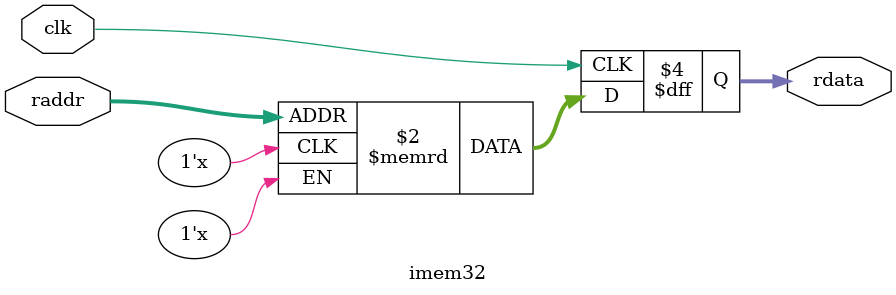
<source format=sv>
/*
 *  kianv 5-staged pipelined RISC-V
 *
 *  copyright (c) 2022 hirosh dabui <hirosh@dabui.de>
 *
 *  permission to use, copy, modify, and/or distribute this software for any
 *  purpose with or without fee is hereby granted, provided that the above
 *  copyright notice and this permission notice appear in all copies.
 *
 *  the software is provided "as is" and the author disclaims all warranties
 *  with regard to this software including all implied warranties of
 *  merchantability and fitness. in no event shall the author be liable for
 *  any special, direct, indirect, or consequential damages or any damages
 *  whatsoever resulting from loss of use, data or profits, whether in an
 *  action of contract, negligence or other tortious action, arising out of
 *  or in connection with the use or performance of this software.
 *
 */
`default_nettype none `timescale 1 ns / 100 ps
// verilog_lint: waive-start explicit-parameter-storage-type
module imem32 #(
    parameter DEPTH = 64,
    parameter FILE  = ""
) (
    input wire logic clk,
    input wire logic [29:0] raddr,
    output logic [31:0] rdata
);
  logic [31:0] rom[DEPTH];

  initial begin
`ifdef SIM
    $display("=========================");
    $display("Module:\t%m");
    $display("DEPTH:\t\t%8d", DEPTH);
`endif
    if (FILE != "") begin
      $display(FILE);
      $readmemh(FILE, rom, 0, DEPTH - 1);
    end
    $display("=========================");
  end

  /* verilator lint_off WIDTH */
  always @(posedge clk) rdata <= rom[raddr];
  /* verilator lint_on WIDTH */

endmodule
// verilog_lint: waive-stop explicit-parameter-storage-type


</source>
